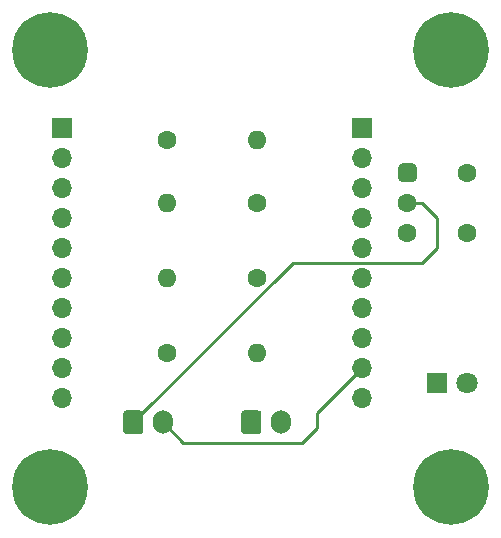
<source format=gbr>
%TF.GenerationSoftware,KiCad,Pcbnew,(5.1.9)-1*%
%TF.CreationDate,2022-07-09T00:28:58+09:00*%
%TF.ProjectId,Transmitter,5472616e-736d-4697-9474-65722e6b6963,rev?*%
%TF.SameCoordinates,Original*%
%TF.FileFunction,Copper,L2,Bot*%
%TF.FilePolarity,Positive*%
%FSLAX46Y46*%
G04 Gerber Fmt 4.6, Leading zero omitted, Abs format (unit mm)*
G04 Created by KiCad (PCBNEW (5.1.9)-1) date 2022-07-09 00:28:58*
%MOMM*%
%LPD*%
G01*
G04 APERTURE LIST*
%TA.AperFunction,ComponentPad*%
%ADD10O,1.700000X2.000000*%
%TD*%
%TA.AperFunction,ComponentPad*%
%ADD11R,1.700000X1.700000*%
%TD*%
%TA.AperFunction,ComponentPad*%
%ADD12O,1.700000X1.700000*%
%TD*%
%TA.AperFunction,ComponentPad*%
%ADD13C,1.600000*%
%TD*%
%TA.AperFunction,ComponentPad*%
%ADD14O,1.600000X1.600000*%
%TD*%
%TA.AperFunction,ComponentPad*%
%ADD15R,1.800000X1.800000*%
%TD*%
%TA.AperFunction,ComponentPad*%
%ADD16C,1.800000*%
%TD*%
%TA.AperFunction,ComponentPad*%
%ADD17C,6.400000*%
%TD*%
%TA.AperFunction,ComponentPad*%
%ADD18C,0.800000*%
%TD*%
%TA.AperFunction,Conductor*%
%ADD19C,0.250000*%
%TD*%
G04 APERTURE END LIST*
%TO.P,J6,1*%
%TO.N,+5V*%
%TA.AperFunction,ComponentPad*%
G36*
G01*
X147220000Y-108240000D02*
X147220000Y-106740000D01*
G75*
G02*
X147470000Y-106490000I250000J0D01*
G01*
X148670000Y-106490000D01*
G75*
G02*
X148920000Y-106740000I0J-250000D01*
G01*
X148920000Y-108240000D01*
G75*
G02*
X148670000Y-108490000I-250000J0D01*
G01*
X147470000Y-108490000D01*
G75*
G02*
X147220000Y-108240000I0J250000D01*
G01*
G37*
%TD.AperFunction*%
D10*
%TO.P,J6,2*%
%TO.N,LED*%
X150570000Y-107490000D03*
%TD*%
D11*
%TO.P,J3,1*%
%TO.N,N/C*%
X132080000Y-82550000D03*
D12*
%TO.P,J3,2*%
X132080000Y-85090000D03*
%TO.P,J3,3*%
X132080000Y-87630000D03*
%TO.P,J3,4*%
X132080000Y-90170000D03*
%TO.P,J3,5*%
%TO.N,+3V3*%
X132080000Y-92710000D03*
%TO.P,J3,6*%
%TO.N,N/C*%
X132080000Y-95250000D03*
%TO.P,J3,7*%
X132080000Y-97790000D03*
%TO.P,J3,8*%
X132080000Y-100330000D03*
%TO.P,J3,9*%
%TO.N,+3V3*%
X132080000Y-102870000D03*
%TO.P,J3,10*%
%TO.N,N/C*%
X132080000Y-105410000D03*
%TD*%
%TO.P,J4,10*%
%TO.N,N/C*%
X157480000Y-105410000D03*
%TO.P,J4,9*%
%TO.N,ESS*%
X157480000Y-102870000D03*
%TO.P,J4,8*%
%TO.N,N/C*%
X157480000Y-100330000D03*
%TO.P,J4,7*%
X157480000Y-97790000D03*
%TO.P,J4,6*%
X157480000Y-95250000D03*
%TO.P,J4,5*%
X157480000Y-92710000D03*
%TO.P,J4,4*%
X157480000Y-90170000D03*
%TO.P,J4,3*%
X157480000Y-87630000D03*
%TO.P,J4,2*%
X157480000Y-85090000D03*
D11*
%TO.P,J4,1*%
%TO.N,ESS*%
X157480000Y-82550000D03*
%TD*%
%TO.P,J5,1*%
%TO.N,PW_IN*%
%TA.AperFunction,ComponentPad*%
G36*
G01*
X137220000Y-108240000D02*
X137220000Y-106740000D01*
G75*
G02*
X137470000Y-106490000I250000J0D01*
G01*
X138670000Y-106490000D01*
G75*
G02*
X138920000Y-106740000I0J-250000D01*
G01*
X138920000Y-108240000D01*
G75*
G02*
X138670000Y-108490000I-250000J0D01*
G01*
X137470000Y-108490000D01*
G75*
G02*
X137220000Y-108240000I0J250000D01*
G01*
G37*
%TD.AperFunction*%
D10*
%TO.P,J5,2*%
%TO.N,ESS*%
X140570000Y-107490000D03*
%TD*%
D13*
%TO.P,SW1,*%
%TO.N,*%
X166370000Y-91440000D03*
X166370000Y-86360000D03*
%TO.P,SW1,1*%
%TO.N,+5V*%
%TA.AperFunction,ComponentPad*%
G36*
G01*
X162090000Y-85960000D02*
X162090000Y-86760000D01*
G75*
G02*
X161690000Y-87160000I-400000J0D01*
G01*
X160890000Y-87160000D01*
G75*
G02*
X160490000Y-86760000I0J400000D01*
G01*
X160490000Y-85960000D01*
G75*
G02*
X160890000Y-85560000I400000J0D01*
G01*
X161690000Y-85560000D01*
G75*
G02*
X162090000Y-85960000I0J-400000D01*
G01*
G37*
%TD.AperFunction*%
%TO.P,SW1,2*%
%TO.N,PW_IN*%
X161290000Y-88900000D03*
%TO.P,SW1,3*%
%TO.N,N/C*%
X161290000Y-91440000D03*
%TD*%
%TO.P,R1,1*%
%TO.N,Net-(R1-Pad1)*%
X140970000Y-83600000D03*
D14*
%TO.P,R1,2*%
%TO.N,ESS*%
X148590000Y-83600000D03*
%TD*%
D13*
%TO.P,R2,1*%
%TO.N,Net-(R2-Pad1)*%
X148590000Y-88900000D03*
D14*
%TO.P,R2,2*%
%TO.N,Net-(R1-Pad1)*%
X140970000Y-88900000D03*
%TD*%
D13*
%TO.P,R3,1*%
%TO.N,+5V*%
X148590000Y-95250000D03*
D14*
%TO.P,R3,2*%
%TO.N,Net-(R2-Pad1)*%
X140970000Y-95250000D03*
%TD*%
D15*
%TO.P,D1,1*%
%TO.N,ESS*%
X163830000Y-104140000D03*
D16*
%TO.P,D1,2*%
%TO.N,LED*%
X166370000Y-104140000D03*
%TD*%
D17*
%TO.P,H1,1*%
%TO.N,N/C*%
X131000000Y-76000000D03*
D18*
X133400000Y-76000000D03*
X132697056Y-77697056D03*
X131000000Y-78400000D03*
X129302944Y-77697056D03*
X128600000Y-76000000D03*
X129302944Y-74302944D03*
X131000000Y-73600000D03*
X132697056Y-74302944D03*
%TD*%
%TO.P,H2,1*%
%TO.N,N/C*%
X132697056Y-111302944D03*
X131000000Y-110600000D03*
X129302944Y-111302944D03*
X128600000Y-113000000D03*
X129302944Y-114697056D03*
X131000000Y-115400000D03*
X132697056Y-114697056D03*
X133400000Y-113000000D03*
D17*
X131000000Y-113000000D03*
%TD*%
%TO.P,H3,1*%
%TO.N,N/C*%
X165000000Y-113000000D03*
D18*
X167400000Y-113000000D03*
X166697056Y-114697056D03*
X165000000Y-115400000D03*
X163302944Y-114697056D03*
X162600000Y-113000000D03*
X163302944Y-111302944D03*
X165000000Y-110600000D03*
X166697056Y-111302944D03*
%TD*%
%TO.P,H4,1*%
%TO.N,N/C*%
X166697056Y-74302944D03*
X165000000Y-73600000D03*
X163302944Y-74302944D03*
X162600000Y-76000000D03*
X163302944Y-77697056D03*
X165000000Y-78400000D03*
X166697056Y-77697056D03*
X167400000Y-76000000D03*
D17*
X165000000Y-76000000D03*
%TD*%
D13*
%TO.P,R4,1*%
%TO.N,ESS*%
X140970000Y-101600000D03*
D14*
%TO.P,R4,2*%
%TO.N,LED*%
X148590000Y-101600000D03*
%TD*%
D19*
%TO.N,PW_IN*%
X162560000Y-88900000D02*
X161290000Y-88900000D01*
X163830000Y-92710000D02*
X163830000Y-90170000D01*
X162560000Y-93980000D02*
X163830000Y-92710000D01*
X163830000Y-90170000D02*
X162560000Y-88900000D01*
X151580000Y-93980000D02*
X162560000Y-93980000D01*
X138070000Y-107490000D02*
X151580000Y-93980000D01*
%TO.N,ESS*%
X157480000Y-102870000D02*
X153670000Y-106680000D01*
X153670000Y-106680000D02*
X153670000Y-107950000D01*
X153670000Y-107950000D02*
X152400000Y-109220000D01*
X142300000Y-109220000D02*
X140570000Y-107490000D01*
X152400000Y-109220000D02*
X142300000Y-109220000D01*
%TD*%
M02*

</source>
